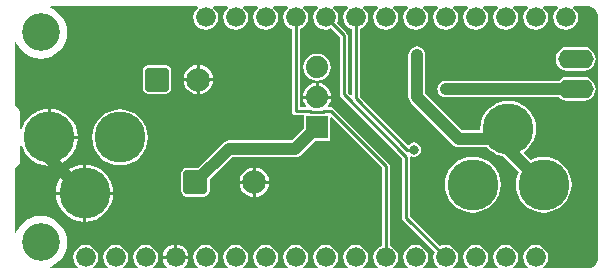
<source format=gbl>
G04 Layer_Physical_Order=2*
G04 Layer_Color=16711680*
%FSLAX44Y44*%
%MOMM*%
G71*
G01*
G75*
%ADD15C,1.0000*%
%ADD16C,0.2500*%
%ADD17O,3.0000X1.6000*%
%ADD18C,1.6760*%
%ADD19C,1.6764*%
%ADD20C,3.2004*%
%ADD21C,4.3180*%
%ADD22C,2.0000*%
G04:AMPARAMS|DCode=23|XSize=2mm|YSize=2mm|CornerRadius=0.25mm|HoleSize=0mm|Usage=FLASHONLY|Rotation=0.000|XOffset=0mm|YOffset=0mm|HoleType=Round|Shape=RoundedRectangle|*
%AMROUNDEDRECTD23*
21,1,2.0000,1.5000,0,0,0.0*
21,1,1.5000,2.0000,0,0,0.0*
1,1,0.5000,0.7500,-0.7500*
1,1,0.5000,-0.7500,-0.7500*
1,1,0.5000,-0.7500,0.7500*
1,1,0.5000,0.7500,0.7500*
%
%ADD23ROUNDEDRECTD23*%
%ADD24R,1.8796X1.8796*%
%ADD25C,1.8796*%
%ADD26C,0.8000*%
G36*
X234797Y109696D02*
X233895Y109004D01*
X232231Y106836D01*
X231185Y104310D01*
X230828Y101600D01*
X231185Y98890D01*
X232231Y96364D01*
X233895Y94195D01*
X236064Y92531D01*
X238590Y91485D01*
X241300Y91128D01*
X244010Y91485D01*
X245932Y92281D01*
X253194Y85019D01*
Y36544D01*
X253447Y35276D01*
X254165Y34201D01*
X306026Y-17661D01*
Y-68040D01*
X306279Y-69308D01*
X306997Y-70383D01*
X333581Y-96968D01*
X332785Y-98890D01*
X332428Y-101600D01*
X332785Y-104310D01*
X333831Y-106836D01*
X335495Y-109004D01*
X336396Y-109696D01*
X335965Y-110966D01*
X324435D01*
X324003Y-109696D01*
X324905Y-109004D01*
X326569Y-106836D01*
X327615Y-104310D01*
X327972Y-101600D01*
X327615Y-98890D01*
X326569Y-96364D01*
X324905Y-94195D01*
X322736Y-92531D01*
X320210Y-91485D01*
X317500Y-91128D01*
X314790Y-91485D01*
X312264Y-92531D01*
X310096Y-94195D01*
X308431Y-96364D01*
X307385Y-98890D01*
X307028Y-101600D01*
X307385Y-104310D01*
X308431Y-106836D01*
X310096Y-109004D01*
X310996Y-109696D01*
X310565Y-110966D01*
X299035D01*
X298603Y-109696D01*
X299505Y-109004D01*
X301169Y-106836D01*
X302215Y-104310D01*
X302572Y-101600D01*
X302215Y-98890D01*
X301169Y-96364D01*
X299505Y-94195D01*
X297336Y-92531D01*
X295414Y-91735D01*
Y-23940D01*
X295161Y-22672D01*
X294443Y-21597D01*
X248469Y24377D01*
X247394Y25095D01*
X246126Y25348D01*
X244009D01*
X243383Y26618D01*
X244428Y27979D01*
X245631Y30884D01*
X245874Y32730D01*
X234000D01*
X222126D01*
X222369Y30884D01*
X223572Y27979D01*
X224617Y26618D01*
X223991Y25348D01*
X219214D01*
Y91735D01*
X221136Y92531D01*
X223305Y94195D01*
X224969Y96364D01*
X226015Y98890D01*
X226372Y101600D01*
X226015Y104310D01*
X224969Y106836D01*
X223305Y109004D01*
X222404Y109696D01*
X222835Y110966D01*
X234365D01*
X234797Y109696D01*
D02*
G37*
G36*
X260196D02*
X259296Y109004D01*
X257631Y106836D01*
X256585Y104310D01*
X256228Y101600D01*
X256585Y98890D01*
X257631Y96364D01*
X259296Y94195D01*
X261464Y92531D01*
X263386Y91735D01*
Y36011D01*
X262213Y35525D01*
X259822Y37917D01*
Y86392D01*
X259569Y87660D01*
X258851Y88735D01*
X250619Y96968D01*
X251415Y98890D01*
X251772Y101600D01*
X251415Y104310D01*
X250369Y106836D01*
X248704Y109004D01*
X247803Y109696D01*
X248235Y110966D01*
X259765D01*
X260196Y109696D01*
D02*
G37*
G36*
X464026Y110960D02*
X464026Y110960D01*
Y110960D01*
X465235Y110816D01*
X466033Y110711D01*
X467847Y109960D01*
X469405Y108764D01*
X470601Y107206D01*
X471352Y105392D01*
X471593Y103561D01*
X471593Y103561D01*
X471593D01*
X471606Y103549D01*
X471670Y-102307D01*
X471593Y-103561D01*
X471593D01*
X471593Y-103561D01*
X471352Y-105392D01*
X470601Y-107206D01*
X469405Y-108764D01*
X467847Y-109960D01*
X466033Y-110711D01*
X465240Y-110816D01*
X464352Y-110921D01*
X464026Y-110960D01*
X464026Y-110960D01*
X462762Y-110966D01*
X426035D01*
X425603Y-109696D01*
X426505Y-109004D01*
X428169Y-106836D01*
X429215Y-104310D01*
X429572Y-101600D01*
X429215Y-98890D01*
X428169Y-96364D01*
X426505Y-94195D01*
X424336Y-92531D01*
X421810Y-91485D01*
X419100Y-91128D01*
X416390Y-91485D01*
X413864Y-92531D01*
X411696Y-94195D01*
X410031Y-96364D01*
X408985Y-98890D01*
X408628Y-101600D01*
X408985Y-104310D01*
X410031Y-106836D01*
X411696Y-109004D01*
X412597Y-109696D01*
X412165Y-110966D01*
X400635D01*
X400204Y-109696D01*
X401105Y-109004D01*
X402769Y-106836D01*
X403815Y-104310D01*
X404172Y-101600D01*
X403815Y-98890D01*
X402769Y-96364D01*
X401105Y-94195D01*
X398936Y-92531D01*
X396410Y-91485D01*
X393700Y-91128D01*
X390990Y-91485D01*
X388464Y-92531D01*
X386296Y-94195D01*
X384631Y-96364D01*
X383585Y-98890D01*
X383228Y-101600D01*
X383585Y-104310D01*
X384631Y-106836D01*
X386296Y-109004D01*
X387197Y-109696D01*
X386765Y-110966D01*
X375235D01*
X374804Y-109696D01*
X375704Y-109004D01*
X377369Y-106836D01*
X378415Y-104310D01*
X378772Y-101600D01*
X378415Y-98890D01*
X377369Y-96364D01*
X375704Y-94195D01*
X373536Y-92531D01*
X371010Y-91485D01*
X368300Y-91128D01*
X365590Y-91485D01*
X363064Y-92531D01*
X360896Y-94195D01*
X359231Y-96364D01*
X358185Y-98890D01*
X357828Y-101600D01*
X358185Y-104310D01*
X359231Y-106836D01*
X360896Y-109004D01*
X361796Y-109696D01*
X361365Y-110966D01*
X349835D01*
X349403Y-109696D01*
X350304Y-109004D01*
X351969Y-106836D01*
X353015Y-104310D01*
X353372Y-101600D01*
X353015Y-98890D01*
X351969Y-96364D01*
X350304Y-94195D01*
X348136Y-92531D01*
X345610Y-91485D01*
X342900Y-91128D01*
X340190Y-91485D01*
X338268Y-92281D01*
X312654Y-66667D01*
Y-16800D01*
X313775Y-16091D01*
X313857Y-16076D01*
X316198Y-16542D01*
X318539Y-16076D01*
X320524Y-14750D01*
X321850Y-12766D01*
X322315Y-10424D01*
X321850Y-8083D01*
X320524Y-6099D01*
X318539Y-4773D01*
X316198Y-4307D01*
X313857Y-4773D01*
X311872Y-6099D01*
X311855Y-6125D01*
X310591Y-6249D01*
X270014Y34328D01*
Y91735D01*
X271936Y92531D01*
X274104Y94195D01*
X275769Y96364D01*
X276815Y98890D01*
X277172Y101600D01*
X276815Y104310D01*
X275769Y106836D01*
X274104Y109004D01*
X273204Y109696D01*
X273635Y110966D01*
X285165D01*
X285597Y109696D01*
X284695Y109004D01*
X283031Y106836D01*
X281985Y104310D01*
X281628Y101600D01*
X281985Y98890D01*
X283031Y96364D01*
X284695Y94195D01*
X286864Y92531D01*
X289390Y91485D01*
X292100Y91128D01*
X294810Y91485D01*
X297336Y92531D01*
X299505Y94195D01*
X301169Y96364D01*
X302215Y98890D01*
X302572Y101600D01*
X302215Y104310D01*
X301169Y106836D01*
X299505Y109004D01*
X298603Y109696D01*
X299035Y110966D01*
X310565D01*
X310996Y109696D01*
X310096Y109004D01*
X308431Y106836D01*
X307385Y104310D01*
X307028Y101600D01*
X307385Y98890D01*
X308431Y96364D01*
X310096Y94195D01*
X312264Y92531D01*
X314790Y91485D01*
X317500Y91128D01*
X320210Y91485D01*
X322736Y92531D01*
X324905Y94195D01*
X326569Y96364D01*
X327615Y98890D01*
X327972Y101600D01*
X327615Y104310D01*
X326569Y106836D01*
X324905Y109004D01*
X324003Y109696D01*
X324435Y110966D01*
X335965D01*
X336396Y109696D01*
X335495Y109004D01*
X333831Y106836D01*
X332785Y104310D01*
X332428Y101600D01*
X332785Y98890D01*
X333831Y96364D01*
X335495Y94195D01*
X337664Y92531D01*
X340190Y91485D01*
X342900Y91128D01*
X345610Y91485D01*
X348136Y92531D01*
X350304Y94195D01*
X351969Y96364D01*
X353015Y98890D01*
X353372Y101600D01*
X353015Y104310D01*
X351969Y106836D01*
X350304Y109004D01*
X349403Y109696D01*
X349835Y110966D01*
X361365D01*
X361796Y109696D01*
X360896Y109004D01*
X359231Y106836D01*
X358185Y104310D01*
X357828Y101600D01*
X358185Y98890D01*
X359231Y96364D01*
X360896Y94195D01*
X363064Y92531D01*
X365590Y91485D01*
X368300Y91128D01*
X371010Y91485D01*
X373536Y92531D01*
X375704Y94195D01*
X377369Y96364D01*
X378415Y98890D01*
X378772Y101600D01*
X378415Y104310D01*
X377369Y106836D01*
X375704Y109004D01*
X374804Y109696D01*
X375235Y110966D01*
X386765D01*
X387197Y109696D01*
X386296Y109004D01*
X384631Y106836D01*
X383585Y104310D01*
X383228Y101600D01*
X383585Y98890D01*
X384631Y96364D01*
X386296Y94195D01*
X388464Y92531D01*
X390990Y91485D01*
X393700Y91128D01*
X396410Y91485D01*
X398936Y92531D01*
X401105Y94195D01*
X402769Y96364D01*
X403815Y98890D01*
X404172Y101600D01*
X403815Y104310D01*
X402769Y106836D01*
X401105Y109004D01*
X400204Y109696D01*
X400635Y110966D01*
X412165D01*
X412597Y109696D01*
X411696Y109004D01*
X410031Y106836D01*
X408985Y104310D01*
X408628Y101600D01*
X408985Y98890D01*
X410031Y96364D01*
X411696Y94195D01*
X413864Y92531D01*
X416390Y91485D01*
X419100Y91128D01*
X421810Y91485D01*
X424336Y92531D01*
X426505Y94195D01*
X428169Y96364D01*
X429215Y98890D01*
X429572Y101600D01*
X429215Y104310D01*
X428169Y106836D01*
X426505Y109004D01*
X425603Y109696D01*
X426035Y110966D01*
X437569D01*
X438000Y109696D01*
X437097Y109003D01*
X435433Y106835D01*
X434387Y104310D01*
X434030Y101600D01*
X434387Y98890D01*
X435433Y96365D01*
X437097Y94197D01*
X439265Y92533D01*
X441790Y91487D01*
X444500Y91131D01*
X447210Y91487D01*
X449735Y92533D01*
X451903Y94197D01*
X453567Y96365D01*
X454613Y98890D01*
X454969Y101600D01*
X454613Y104310D01*
X453567Y106835D01*
X451903Y109003D01*
X451000Y109696D01*
X451431Y110966D01*
X462762D01*
X464026Y110960D01*
D02*
G37*
G36*
X209396Y109696D02*
X208496Y109004D01*
X206831Y106836D01*
X205785Y104310D01*
X205428Y101600D01*
X205785Y98890D01*
X206831Y96364D01*
X208496Y94195D01*
X210664Y92531D01*
X212586Y91735D01*
Y22034D01*
X212839Y20766D01*
X213557Y19691D01*
X214632Y18973D01*
X215900Y18720D01*
X222602D01*
Y7187D01*
X212792Y-2624D01*
X159316D01*
X157489Y-2864D01*
X155786Y-3570D01*
X154324Y-4692D01*
X133103Y-25912D01*
X123500D01*
X121744Y-26261D01*
X120256Y-27256D01*
X119261Y-28744D01*
X118912Y-30500D01*
Y-45500D01*
X119261Y-47256D01*
X120256Y-48744D01*
X121744Y-49739D01*
X123500Y-50088D01*
X138500D01*
X140256Y-49739D01*
X141744Y-48744D01*
X142739Y-47256D01*
X143088Y-45500D01*
Y-35897D01*
X162240Y-16744D01*
X215716D01*
X217544Y-16504D01*
X219246Y-15798D01*
X220709Y-14677D01*
X232587Y-2798D01*
X245398D01*
Y16416D01*
X246571Y16902D01*
X288786Y-25313D01*
Y-91735D01*
X286864Y-92531D01*
X284695Y-94195D01*
X283031Y-96364D01*
X281985Y-98890D01*
X281628Y-101600D01*
X281985Y-104310D01*
X283031Y-106836D01*
X284695Y-109004D01*
X285597Y-109696D01*
X285165Y-110966D01*
X273635D01*
X273204Y-109696D01*
X274104Y-109004D01*
X275769Y-106836D01*
X276815Y-104310D01*
X277172Y-101600D01*
X276815Y-98890D01*
X275769Y-96364D01*
X274104Y-94195D01*
X271936Y-92531D01*
X269410Y-91485D01*
X266700Y-91128D01*
X263990Y-91485D01*
X261464Y-92531D01*
X259296Y-94195D01*
X257631Y-96364D01*
X256585Y-98890D01*
X256228Y-101600D01*
X256585Y-104310D01*
X257631Y-106836D01*
X259296Y-109004D01*
X260196Y-109696D01*
X259765Y-110966D01*
X248235D01*
X247803Y-109696D01*
X248704Y-109004D01*
X250369Y-106836D01*
X251415Y-104310D01*
X251772Y-101600D01*
X251415Y-98890D01*
X250369Y-96364D01*
X248704Y-94195D01*
X246536Y-92531D01*
X244010Y-91485D01*
X241300Y-91128D01*
X238590Y-91485D01*
X236064Y-92531D01*
X233895Y-94195D01*
X232231Y-96364D01*
X231185Y-98890D01*
X230828Y-101600D01*
X231185Y-104310D01*
X232231Y-106836D01*
X233895Y-109004D01*
X234797Y-109696D01*
X234365Y-110966D01*
X222835D01*
X222404Y-109696D01*
X223305Y-109004D01*
X224969Y-106836D01*
X226015Y-104310D01*
X226372Y-101600D01*
X226015Y-98890D01*
X224969Y-96364D01*
X223305Y-94195D01*
X221136Y-92531D01*
X218610Y-91485D01*
X215900Y-91128D01*
X213190Y-91485D01*
X210664Y-92531D01*
X208496Y-94195D01*
X206831Y-96364D01*
X205785Y-98890D01*
X205428Y-101600D01*
X205785Y-104310D01*
X206831Y-106836D01*
X208496Y-109004D01*
X209396Y-109696D01*
X208965Y-110966D01*
X197435D01*
X197003Y-109696D01*
X197904Y-109004D01*
X199569Y-106836D01*
X200615Y-104310D01*
X200972Y-101600D01*
X200615Y-98890D01*
X199569Y-96364D01*
X197904Y-94195D01*
X195736Y-92531D01*
X193210Y-91485D01*
X190500Y-91128D01*
X187790Y-91485D01*
X185264Y-92531D01*
X183095Y-94195D01*
X181431Y-96364D01*
X180385Y-98890D01*
X180028Y-101600D01*
X180385Y-104310D01*
X181431Y-106836D01*
X183095Y-109004D01*
X183997Y-109696D01*
X183565Y-110966D01*
X172035D01*
X171604Y-109696D01*
X172505Y-109004D01*
X174169Y-106836D01*
X175215Y-104310D01*
X175572Y-101600D01*
X175215Y-98890D01*
X174169Y-96364D01*
X172505Y-94195D01*
X170336Y-92531D01*
X167810Y-91485D01*
X165100Y-91128D01*
X162390Y-91485D01*
X159864Y-92531D01*
X157696Y-94195D01*
X156031Y-96364D01*
X154985Y-98890D01*
X154628Y-101600D01*
X154985Y-104310D01*
X156031Y-106836D01*
X157696Y-109004D01*
X158596Y-109696D01*
X158165Y-110966D01*
X146635D01*
X146203Y-109696D01*
X147105Y-109004D01*
X148769Y-106836D01*
X149815Y-104310D01*
X150172Y-101600D01*
X149815Y-98890D01*
X148769Y-96364D01*
X147105Y-94195D01*
X144936Y-92531D01*
X142410Y-91485D01*
X139700Y-91128D01*
X136990Y-91485D01*
X134464Y-92531D01*
X132296Y-94195D01*
X130631Y-96364D01*
X129585Y-98890D01*
X129228Y-101600D01*
X129585Y-104310D01*
X130631Y-106836D01*
X132296Y-109004D01*
X133196Y-109696D01*
X132765Y-110966D01*
X122011D01*
X121603Y-109763D01*
X122090Y-109390D01*
X123840Y-107108D01*
X124941Y-104451D01*
X125149Y-102870D01*
X114300D01*
X103451D01*
X103659Y-104451D01*
X104760Y-107108D01*
X106510Y-109390D01*
X106997Y-109763D01*
X106589Y-110966D01*
X95835D01*
X95403Y-109696D01*
X96305Y-109004D01*
X97969Y-106836D01*
X99015Y-104310D01*
X99372Y-101600D01*
X99015Y-98890D01*
X97969Y-96364D01*
X96305Y-94195D01*
X94136Y-92531D01*
X91610Y-91485D01*
X88900Y-91128D01*
X86190Y-91485D01*
X83664Y-92531D01*
X81496Y-94195D01*
X79831Y-96364D01*
X78785Y-98890D01*
X78428Y-101600D01*
X78785Y-104310D01*
X79831Y-106836D01*
X81496Y-109004D01*
X82396Y-109696D01*
X81965Y-110966D01*
X70435D01*
X70003Y-109696D01*
X70904Y-109004D01*
X72569Y-106836D01*
X73615Y-104310D01*
X73972Y-101600D01*
X73615Y-98890D01*
X72569Y-96364D01*
X70904Y-94195D01*
X68736Y-92531D01*
X66210Y-91485D01*
X63500Y-91128D01*
X60790Y-91485D01*
X58264Y-92531D01*
X56095Y-94195D01*
X54431Y-96364D01*
X53385Y-98890D01*
X53028Y-101600D01*
X53385Y-104310D01*
X54431Y-106836D01*
X56095Y-109004D01*
X56996Y-109696D01*
X56565Y-110966D01*
X45035D01*
X44604Y-109696D01*
X45504Y-109004D01*
X47169Y-106836D01*
X48215Y-104310D01*
X48572Y-101600D01*
X48215Y-98890D01*
X47169Y-96364D01*
X45504Y-94195D01*
X43336Y-92531D01*
X40810Y-91485D01*
X38100Y-91128D01*
X35390Y-91485D01*
X32864Y-92531D01*
X30696Y-94195D01*
X29031Y-96364D01*
X27985Y-98890D01*
X27628Y-101600D01*
X27985Y-104310D01*
X29031Y-106836D01*
X30696Y-109004D01*
X31597Y-109696D01*
X31165Y-110966D01*
X8523D01*
X8335Y-109696D01*
X8583Y-109621D01*
X12460Y-107548D01*
X15859Y-104759D01*
X18648Y-101360D01*
X20721Y-97483D01*
X21997Y-93275D01*
X22428Y-88900D01*
X21997Y-84524D01*
X20721Y-80317D01*
X18648Y-76440D01*
X15859Y-73041D01*
X12460Y-70252D01*
X8583Y-68179D01*
X4376Y-66903D01*
X0Y-66472D01*
X-4376Y-66903D01*
X-8583Y-68179D01*
X-12460Y-70252D01*
X-15859Y-73041D01*
X-18648Y-76440D01*
X-20721Y-80317D01*
X-20794Y-80558D01*
X-22064Y-80370D01*
Y-26684D01*
X-18042Y-22662D01*
X-18042Y-22662D01*
X-17320Y-21581D01*
X-17320Y-21581D01*
X-17320Y-21581D01*
X-17213Y-21046D01*
X-17066Y-20305D01*
X-17066Y-20305D01*
X-17066Y-20305D01*
Y-7454D01*
X-15796Y-7265D01*
X-15185Y-9279D01*
X-12944Y-13471D01*
X-9929Y-17145D01*
X-6255Y-20160D01*
X-2063Y-22401D01*
X2486Y-23781D01*
X5946Y-24122D01*
Y0D01*
Y24122D01*
X2486Y23781D01*
X-2063Y22401D01*
X-6255Y20160D01*
X-9929Y17145D01*
X-12944Y13471D01*
X-15185Y9279D01*
X-15796Y7265D01*
X-17066Y7454D01*
Y20700D01*
X-17320Y21976D01*
X-18042Y23057D01*
X-22066Y27081D01*
Y80377D01*
X-20796Y80565D01*
X-20721Y80317D01*
X-18648Y76440D01*
X-15859Y73041D01*
X-12460Y70252D01*
X-8583Y68179D01*
X-4376Y66903D01*
X0Y66472D01*
X4376Y66903D01*
X8583Y68179D01*
X12460Y70252D01*
X15859Y73041D01*
X18648Y76440D01*
X20721Y80317D01*
X21997Y84524D01*
X22428Y88900D01*
X21997Y93275D01*
X20721Y97483D01*
X18648Y101360D01*
X15859Y104759D01*
X12460Y107548D01*
X8583Y109621D01*
X8335Y109696D01*
X8523Y110966D01*
X132765D01*
X133196Y109696D01*
X132296Y109004D01*
X130631Y106836D01*
X129585Y104310D01*
X129228Y101600D01*
X129585Y98890D01*
X130631Y96364D01*
X132296Y94195D01*
X134464Y92531D01*
X136990Y91485D01*
X139700Y91128D01*
X142410Y91485D01*
X144936Y92531D01*
X147105Y94195D01*
X148769Y96364D01*
X149815Y98890D01*
X150172Y101600D01*
X149815Y104310D01*
X148769Y106836D01*
X147105Y109004D01*
X146203Y109696D01*
X146635Y110966D01*
X158165D01*
X158596Y109696D01*
X157696Y109004D01*
X156031Y106836D01*
X154985Y104310D01*
X154628Y101600D01*
X154985Y98890D01*
X156031Y96364D01*
X157696Y94195D01*
X159864Y92531D01*
X162390Y91485D01*
X165100Y91128D01*
X167810Y91485D01*
X170336Y92531D01*
X172505Y94195D01*
X174169Y96364D01*
X175215Y98890D01*
X175572Y101600D01*
X175215Y104310D01*
X174169Y106836D01*
X172505Y109004D01*
X171604Y109696D01*
X172035Y110966D01*
X183565D01*
X183997Y109696D01*
X183095Y109004D01*
X181431Y106836D01*
X180385Y104310D01*
X180028Y101600D01*
X180385Y98890D01*
X181431Y96364D01*
X183095Y94195D01*
X185264Y92531D01*
X187790Y91485D01*
X190500Y91128D01*
X193210Y91485D01*
X195736Y92531D01*
X197904Y94195D01*
X199569Y96364D01*
X200615Y98890D01*
X200972Y101600D01*
X200615Y104310D01*
X199569Y106836D01*
X197904Y109004D01*
X197003Y109696D01*
X197435Y110966D01*
X208965D01*
X209396Y109696D01*
D02*
G37*
%LPC*%
G36*
X193481Y-39270D02*
X182270D01*
Y-50481D01*
X184273Y-50217D01*
X187324Y-48954D01*
X189944Y-46944D01*
X191954Y-44324D01*
X193217Y-41273D01*
X193481Y-39270D01*
D02*
G37*
G36*
X179730D02*
X168519D01*
X168783Y-41273D01*
X170046Y-44324D01*
X172056Y-46944D01*
X174676Y-48954D01*
X177726Y-50217D01*
X179730Y-50481D01*
Y-39270D01*
D02*
G37*
G36*
X35918Y-23122D02*
X32458Y-23463D01*
X27909Y-24843D01*
X23717Y-27084D01*
X20043Y-30099D01*
X17028Y-33773D01*
X14787Y-37965D01*
X13407Y-42514D01*
X13066Y-45974D01*
X35918D01*
Y-23122D01*
D02*
G37*
G36*
X182270Y-25519D02*
Y-36730D01*
X193481D01*
X193217Y-34726D01*
X191954Y-31676D01*
X189944Y-29056D01*
X187324Y-27046D01*
X184273Y-25783D01*
X182270Y-25519D01*
D02*
G37*
G36*
X179730D02*
X177726Y-25783D01*
X174676Y-27046D01*
X172056Y-29056D01*
X170046Y-31676D01*
X168783Y-34726D01*
X168519Y-36730D01*
X179730D01*
Y-25519D01*
D02*
G37*
G36*
X38458Y-23122D02*
Y-45974D01*
X61310D01*
X60969Y-42514D01*
X59589Y-37965D01*
X57349Y-33773D01*
X54333Y-30099D01*
X50659Y-27084D01*
X46467Y-24843D01*
X41919Y-23463D01*
X38458Y-23122D01*
D02*
G37*
G36*
X35918Y-48514D02*
X13066D01*
X13407Y-51974D01*
X14787Y-56523D01*
X17028Y-60715D01*
X20043Y-64389D01*
X23717Y-67404D01*
X27909Y-69645D01*
X32458Y-71025D01*
X35918Y-71366D01*
Y-48514D01*
D02*
G37*
G36*
X115570Y-90751D02*
Y-100330D01*
X125149D01*
X124941Y-98749D01*
X123840Y-96092D01*
X122090Y-93810D01*
X119808Y-92060D01*
X117151Y-90959D01*
X115570Y-90751D01*
D02*
G37*
G36*
X113030D02*
X111449Y-90959D01*
X108792Y-92060D01*
X106510Y-93810D01*
X104760Y-96092D01*
X103659Y-98749D01*
X103451Y-100330D01*
X113030D01*
Y-90751D01*
D02*
G37*
G36*
X318484Y77005D02*
X316657Y76765D01*
X314954Y76059D01*
X313491Y74937D01*
X312369Y73475D01*
X311664Y71772D01*
X311424Y69945D01*
Y34300D01*
X311664Y32472D01*
X312369Y30770D01*
X313491Y29307D01*
X348911Y-6112D01*
X350373Y-7235D01*
X352076Y-7940D01*
X353904Y-8180D01*
X377890D01*
X377947Y-8173D01*
X379050Y-9517D01*
X382643Y-12465D01*
X386741Y-14656D01*
X391187Y-16005D01*
X391871Y-16072D01*
X404875Y-29076D01*
X403884Y-30929D01*
X402535Y-35376D01*
X402080Y-40000D01*
X402535Y-44625D01*
X403884Y-49071D01*
X406074Y-53169D01*
X409022Y-56761D01*
X412615Y-59710D01*
X416713Y-61900D01*
X421159Y-63249D01*
X425784Y-63704D01*
X430408Y-63249D01*
X434855Y-61900D01*
X438953Y-59710D01*
X442545Y-56761D01*
X445493Y-53169D01*
X447684Y-49071D01*
X449033Y-44625D01*
X449488Y-40000D01*
X449033Y-35376D01*
X447684Y-30929D01*
X445493Y-26831D01*
X442545Y-23239D01*
X438953Y-20291D01*
X434855Y-18100D01*
X430408Y-16752D01*
X425784Y-16296D01*
X421159Y-16752D01*
X416713Y-18100D01*
X414860Y-19091D01*
X409349Y-13580D01*
X409557Y-11993D01*
X412573Y-9517D01*
X415521Y-5925D01*
X417712Y-1827D01*
X419061Y2619D01*
X419516Y7244D01*
X419061Y11868D01*
X417712Y16315D01*
X415521Y20413D01*
X412573Y24005D01*
X408981Y26953D01*
X404883Y29144D01*
X400436Y30492D01*
X395812Y30948D01*
X391187Y30492D01*
X386741Y29144D01*
X382643Y26953D01*
X379050Y24005D01*
X376102Y20413D01*
X373912Y16315D01*
X372563Y11868D01*
X372108Y7244D01*
X372143Y6881D01*
X371291Y5940D01*
X356828D01*
X325544Y37224D01*
Y69945D01*
X325304Y71772D01*
X324599Y73475D01*
X323476Y74937D01*
X322014Y76059D01*
X320311Y76765D01*
X318484Y77005D01*
D02*
G37*
G36*
X365840Y-16296D02*
X361215Y-16752D01*
X356769Y-18100D01*
X352671Y-20291D01*
X349078Y-23239D01*
X346130Y-26831D01*
X343940Y-30929D01*
X342591Y-35376D01*
X342136Y-40000D01*
X342591Y-44625D01*
X343940Y-49071D01*
X346130Y-53169D01*
X349078Y-56761D01*
X352671Y-59710D01*
X356769Y-61900D01*
X361215Y-63249D01*
X365840Y-63704D01*
X370464Y-63249D01*
X374911Y-61900D01*
X379009Y-59710D01*
X382601Y-56761D01*
X385549Y-53169D01*
X387740Y-49071D01*
X389089Y-44625D01*
X389544Y-40000D01*
X389089Y-35376D01*
X387740Y-30929D01*
X385549Y-26831D01*
X382601Y-23239D01*
X379009Y-20291D01*
X374911Y-18100D01*
X370464Y-16752D01*
X365840Y-16296D01*
D02*
G37*
G36*
X61310Y-48514D02*
X38458D01*
Y-71366D01*
X41919Y-71025D01*
X46467Y-69645D01*
X50659Y-67404D01*
X54333Y-64389D01*
X57349Y-60715D01*
X59589Y-56523D01*
X60969Y-51974D01*
X61310Y-48514D01*
D02*
G37*
G36*
X234000Y70896D02*
X231025Y70505D01*
X228252Y69356D01*
X225871Y67529D01*
X224044Y65148D01*
X222895Y62375D01*
X222504Y59400D01*
X222895Y56424D01*
X224044Y53652D01*
X225871Y51271D01*
X228252Y49444D01*
X231025Y48295D01*
X234000Y47904D01*
X236975Y48295D01*
X239748Y49444D01*
X242129Y51271D01*
X243956Y53652D01*
X245105Y56424D01*
X245496Y59400D01*
X245105Y62375D01*
X243956Y65148D01*
X242129Y67529D01*
X239748Y69356D01*
X236975Y70505D01*
X234000Y70896D01*
D02*
G37*
G36*
X106000Y61088D02*
X91000D01*
X89244Y60739D01*
X87756Y59745D01*
X86761Y58256D01*
X86412Y56500D01*
Y41500D01*
X86761Y39744D01*
X87756Y38256D01*
X89244Y37261D01*
X91000Y36912D01*
X106000D01*
X107756Y37261D01*
X109244Y38256D01*
X110239Y39744D01*
X110588Y41500D01*
Y56500D01*
X110239Y58256D01*
X109244Y59745D01*
X107756Y60739D01*
X106000Y61088D01*
D02*
G37*
G36*
X145981Y47730D02*
X134770D01*
Y36519D01*
X136774Y36783D01*
X139824Y38047D01*
X142444Y40057D01*
X144453Y42676D01*
X145717Y45727D01*
X145981Y47730D01*
D02*
G37*
G36*
X460000Y76486D02*
X446000D01*
X443389Y76143D01*
X440957Y75135D01*
X438868Y73532D01*
X437265Y71443D01*
X436257Y69011D01*
X435914Y66400D01*
X436257Y63790D01*
X437265Y61357D01*
X438868Y59268D01*
X440957Y57665D01*
X443389Y56658D01*
X446000Y56314D01*
X460000D01*
X462610Y56658D01*
X465043Y57665D01*
X467132Y59268D01*
X468735Y61357D01*
X469742Y63790D01*
X470086Y66400D01*
X469742Y69011D01*
X468735Y71443D01*
X467132Y73532D01*
X465043Y75135D01*
X462610Y76143D01*
X460000Y76486D01*
D02*
G37*
G36*
X134770Y61481D02*
Y50270D01*
X145981D01*
X145717Y52274D01*
X144453Y55324D01*
X142444Y57944D01*
X139824Y59954D01*
X136774Y61217D01*
X134770Y61481D01*
D02*
G37*
G36*
X132230D02*
X130226Y61217D01*
X127176Y59954D01*
X124556Y57944D01*
X122546Y55324D01*
X121283Y52274D01*
X121019Y50270D01*
X132230D01*
Y61481D01*
D02*
G37*
G36*
Y47730D02*
X121019D01*
X121283Y45727D01*
X122546Y42676D01*
X124556Y40057D01*
X127176Y38047D01*
X130226Y36783D01*
X132230Y36519D01*
Y47730D01*
D02*
G37*
G36*
X8486Y24122D02*
Y1270D01*
X31338D01*
X30997Y4730D01*
X29617Y9279D01*
X27377Y13471D01*
X24361Y17145D01*
X20687Y20160D01*
X16495Y22401D01*
X11947Y23781D01*
X8486Y24122D01*
D02*
G37*
G36*
X67160Y23704D02*
X62536Y23249D01*
X58089Y21900D01*
X53991Y19709D01*
X50399Y16761D01*
X47451Y13169D01*
X45260Y9071D01*
X43911Y4624D01*
X43456Y0D01*
X43911Y-4624D01*
X45260Y-9071D01*
X47451Y-13169D01*
X50399Y-16761D01*
X53991Y-19709D01*
X58089Y-21900D01*
X62536Y-23249D01*
X67160Y-23704D01*
X71785Y-23249D01*
X76231Y-21900D01*
X80330Y-19709D01*
X83921Y-16761D01*
X86869Y-13169D01*
X89060Y-9071D01*
X90409Y-4624D01*
X90864Y0D01*
X90409Y4624D01*
X89060Y9071D01*
X86869Y13169D01*
X83921Y16761D01*
X80330Y19709D01*
X76231Y21900D01*
X71785Y23249D01*
X67160Y23704D01*
D02*
G37*
G36*
X31338Y-1270D02*
X8486D01*
Y-24122D01*
X11947Y-23781D01*
X16495Y-22401D01*
X20687Y-20160D01*
X24361Y-17145D01*
X27377Y-13471D01*
X29617Y-9279D01*
X30997Y-4730D01*
X31338Y-1270D01*
D02*
G37*
G36*
X235270Y45874D02*
Y35270D01*
X245874D01*
X245631Y37116D01*
X244428Y40020D01*
X242514Y42514D01*
X240021Y44428D01*
X237117Y45631D01*
X235270Y45874D01*
D02*
G37*
G36*
X232730D02*
X230884Y45631D01*
X227980Y44428D01*
X225486Y42514D01*
X223572Y40020D01*
X222369Y37116D01*
X222126Y35270D01*
X232730D01*
Y45874D01*
D02*
G37*
G36*
X460000Y51086D02*
X446000D01*
X443389Y50743D01*
X440957Y49735D01*
X438868Y48132D01*
X438813Y48061D01*
X342900D01*
X341073Y47820D01*
X339370Y47115D01*
X337908Y45993D01*
X336786Y44530D01*
X336080Y42828D01*
X335840Y41000D01*
X336080Y39173D01*
X336786Y37470D01*
X337908Y36008D01*
X339370Y34886D01*
X341073Y34180D01*
X342900Y33940D01*
X438813D01*
X438868Y33868D01*
X440957Y32265D01*
X443389Y31258D01*
X446000Y30914D01*
X460000D01*
X462610Y31258D01*
X465043Y32265D01*
X467132Y33868D01*
X468735Y35957D01*
X469742Y38390D01*
X470086Y41000D01*
X469742Y43611D01*
X468735Y46043D01*
X467132Y48132D01*
X465043Y49735D01*
X462610Y50743D01*
X460000Y51086D01*
D02*
G37*
%LPD*%
D15*
X395812Y-10028D02*
X425784Y-40000D01*
X395812Y-10028D02*
Y7244D01*
X353904Y-1120D02*
X377890D01*
X318484Y34300D02*
X353904Y-1120D01*
X342900Y41000D02*
X453000D01*
X318484Y34300D02*
Y69945D01*
X7216Y-17272D02*
Y0D01*
Y-17272D02*
X37188Y-47244D01*
X215716Y-9684D02*
X234000Y8600D01*
X159316Y-9684D02*
X215716D01*
X131000Y-38000D02*
X159316Y-9684D01*
D16*
X239921Y22034D02*
X246126D01*
X239239Y21352D02*
X239921Y22034D01*
X228761Y21352D02*
X239239D01*
X228079Y22034D02*
X228761Y21352D01*
X215900Y22034D02*
X228079D01*
X246126D02*
X292100Y-23940D01*
X310081Y-10424D02*
X316198D01*
X266700Y32956D02*
X310081Y-10424D01*
X309340Y-68040D02*
Y-16288D01*
X256508Y36544D02*
X309340Y-16288D01*
X256508Y36544D02*
Y86392D01*
X309340Y-68040D02*
X342900Y-101600D01*
X266700Y32956D02*
Y101600D01*
X241300D02*
X256508Y86392D01*
X292100Y-101600D02*
Y-23940D01*
X215900Y22034D02*
Y101600D01*
D17*
X453000Y41000D02*
D03*
Y66400D02*
D03*
D18*
X444500Y101600D02*
D03*
D19*
X139700D02*
D03*
X165100D02*
D03*
X190500D02*
D03*
X215900D02*
D03*
X241300D02*
D03*
X266700D02*
D03*
X292100D02*
D03*
X317500D02*
D03*
X342900D02*
D03*
X368300D02*
D03*
X393700D02*
D03*
X419100D02*
D03*
Y-101600D02*
D03*
X393700D02*
D03*
X368300D02*
D03*
X342900D02*
D03*
X317500D02*
D03*
X292100D02*
D03*
X266700D02*
D03*
X241300D02*
D03*
X215900D02*
D03*
X190500D02*
D03*
X165100D02*
D03*
X139700D02*
D03*
X114300D02*
D03*
X88900D02*
D03*
X63500D02*
D03*
X38100D02*
D03*
D20*
X0Y-88900D02*
D03*
Y88900D02*
D03*
D21*
X365840Y-40000D02*
D03*
X425784D02*
D03*
X395812Y7244D02*
D03*
X67160Y0D02*
D03*
X7216D02*
D03*
X37188Y-47244D02*
D03*
D22*
X133500Y49000D02*
D03*
X181000Y-38000D02*
D03*
D23*
X98500Y49000D02*
D03*
X131000Y-38000D02*
D03*
D24*
X234000Y8600D02*
D03*
D25*
Y34000D02*
D03*
Y59400D02*
D03*
D26*
X316198Y-10424D02*
D03*
X342900Y41000D02*
D03*
X318484Y69945D02*
D03*
M02*

</source>
